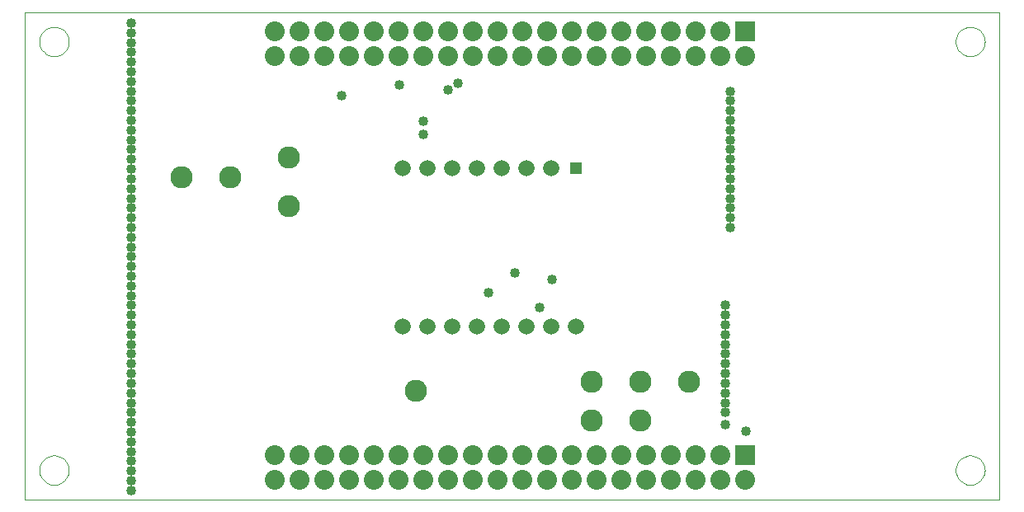
<source format=gbr>
G04 PROTEUS GERBER X2 FILE*
%TF.GenerationSoftware,Labcenter,Proteus,8.16-SP3-Build36097*%
%TF.CreationDate,2025-11-07T09:33:48+00:00*%
%TF.FileFunction,Soldermask,Bot*%
%TF.FilePolarity,Negative*%
%TF.Part,Single*%
%TF.SameCoordinates,{ab98911b-3f69-4870-a6fc-6ca9eaabf26d}*%
%FSLAX45Y45*%
%MOMM*%
G01*
%TA.AperFunction,Material*%
%ADD28C,1.016000*%
%AMPPAD021*
4,1,4,
0.586890,0.586890,
0.586890,-0.586890,
-0.586890,-0.586890,
-0.586890,0.586890,
0.586890,0.586890,
0*%
%TA.AperFunction,Material*%
%ADD29PPAD021*%
%ADD72C,1.660000*%
%TA.AperFunction,Material*%
%ADD30C,2.286000*%
%AMPPAD028*
4,1,36,
0.889000,-1.016000,
-0.889000,-1.016000,
-0.914590,-1.013420,
-0.938430,-1.006020,
-0.960000,-0.994310,
-0.978800,-0.978800,
-0.994310,-0.960000,
-1.006020,-0.938430,
-1.013420,-0.914590,
-1.016000,-0.889000,
-1.016000,0.889000,
-1.013420,0.914590,
-1.006020,0.938430,
-0.994310,0.960000,
-0.978800,0.978800,
-0.960000,0.994310,
-0.938430,1.006020,
-0.914590,1.013420,
-0.889000,1.016000,
0.889000,1.016000,
0.914590,1.013420,
0.938430,1.006020,
0.960000,0.994310,
0.978800,0.978800,
0.994310,0.960000,
1.006020,0.938430,
1.013420,0.914590,
1.016000,0.889000,
1.016000,-0.889000,
1.013420,-0.914590,
1.006020,-0.938430,
0.994310,-0.960000,
0.978800,-0.978800,
0.960000,-0.994310,
0.938430,-1.006020,
0.914590,-1.013420,
0.889000,-1.016000,
0*%
%TA.AperFunction,Material*%
%ADD34PPAD028*%
%ADD35C,2.032000*%
%TA.AperFunction,Profile*%
%ADD22C,0.101600*%
%TD.AperFunction*%
D28*
X+4100000Y+3894726D03*
X+4100000Y+3759398D03*
X+7410000Y+710000D03*
X+4351823Y+4211740D03*
X+4770000Y+2130000D03*
X+3853180Y+4264111D03*
X+5040000Y+2334894D03*
X+5420000Y+2270000D03*
X+5286809Y+1980949D03*
X+4450555Y+4285447D03*
X+3259081Y+4157520D03*
X+1100000Y+4900000D03*
X+1100000Y+4800000D03*
X+1100000Y+4700000D03*
X+1100000Y+4600000D03*
X+1100000Y+4500000D03*
X+1100000Y+4400000D03*
X+1100000Y+4300000D03*
X+1100000Y+4200000D03*
X+1100000Y+4100000D03*
X+1100000Y+4000000D03*
X+1100000Y+3900000D03*
X+1100000Y+3800000D03*
X+1100000Y+3700000D03*
X+1100000Y+3600000D03*
X+1100000Y+3500000D03*
X+1100000Y+3400000D03*
X+1100000Y+3300000D03*
X+1100000Y+3200000D03*
X+1100000Y+3100000D03*
X+1100000Y+3000000D03*
X+1100000Y+2900000D03*
X+1100000Y+2800000D03*
X+1100000Y+2700000D03*
X+1100000Y+2600000D03*
X+1100000Y+2500000D03*
X+1100000Y+2400000D03*
X+1100000Y+2300000D03*
X+1100000Y+2200000D03*
X+1100000Y+2100000D03*
X+1100000Y+2000000D03*
X+1100000Y+1900000D03*
X+1100000Y+1800000D03*
X+1100000Y+1700000D03*
X+1100000Y+1600000D03*
X+1100000Y+1500000D03*
X+1100000Y+1400000D03*
X+1100000Y+1300000D03*
X+1100000Y+1200000D03*
X+1100000Y+1100000D03*
X+1100000Y+1000000D03*
X+1100000Y+900000D03*
X+1100000Y+800000D03*
X+1100000Y+700000D03*
X+1100000Y+600000D03*
X+1100000Y+500000D03*
X+1100000Y+400000D03*
X+1100000Y+300000D03*
X+1100000Y+200000D03*
X+1100000Y+100000D03*
X+7250000Y+3900000D03*
X+7250000Y+4000000D03*
X+7250000Y+4100000D03*
X+7250000Y+4200000D03*
X+7250000Y+3800000D03*
X+7250000Y+3700000D03*
X+7250000Y+3600000D03*
X+7250000Y+3500000D03*
X+7250000Y+3400000D03*
X+7250000Y+3300000D03*
X+7250000Y+3200000D03*
X+7250000Y+3100000D03*
X+7250000Y+3000000D03*
X+7250000Y+2900000D03*
X+7250000Y+2800000D03*
X+7200000Y+780000D03*
X+7200000Y+900000D03*
X+7200000Y+1000000D03*
X+7200000Y+1100000D03*
X+7200000Y+1200000D03*
X+7200000Y+1300000D03*
X+7200000Y+1400000D03*
X+7200000Y+1500000D03*
X+7200000Y+1600000D03*
X+7200000Y+1700000D03*
X+7200000Y+1800000D03*
X+7200000Y+1900000D03*
X+7200000Y+2000000D03*
D29*
X+5660000Y+3410000D03*
D72*
X+5406000Y+3410000D03*
X+5152000Y+3410000D03*
X+4898000Y+3410000D03*
X+4644000Y+3410000D03*
X+4390000Y+3410000D03*
X+4136000Y+3410000D03*
X+3882000Y+3410000D03*
X+3882000Y+1781000D03*
X+4136000Y+1781000D03*
X+4390000Y+1781000D03*
X+4644000Y+1781000D03*
X+4898000Y+1781000D03*
X+5152000Y+1781000D03*
X+5406000Y+1781000D03*
X+5660000Y+1781000D03*
D30*
X+2720000Y+3520000D03*
X+2720000Y+3020000D03*
X+2120000Y+3320000D03*
X+1620000Y+3320000D03*
X+4020000Y+1120000D03*
X+5820000Y+1220000D03*
X+5820000Y+820000D03*
X+6320000Y+1220000D03*
X+6320000Y+820000D03*
X+6820000Y+1220000D03*
D34*
X+7400000Y+4813120D03*
D35*
X+7146000Y+4813120D03*
X+6892000Y+4813120D03*
X+6638000Y+4813120D03*
X+6384000Y+4813120D03*
X+6130000Y+4813120D03*
X+5876000Y+4813120D03*
X+5622000Y+4813120D03*
X+5368000Y+4813120D03*
X+5114000Y+4813120D03*
X+4860000Y+4813120D03*
X+4606000Y+4813120D03*
X+4352000Y+4813120D03*
X+4098000Y+4813120D03*
X+3844000Y+4813120D03*
X+3590000Y+4813120D03*
X+3336000Y+4813120D03*
X+3082000Y+4813120D03*
X+2828000Y+4813120D03*
X+2574000Y+4813120D03*
X+2574000Y+4559120D03*
X+2828000Y+4559120D03*
X+3082000Y+4559120D03*
X+3336000Y+4559120D03*
X+3590000Y+4559120D03*
X+3844000Y+4559120D03*
X+4098000Y+4559120D03*
X+4352000Y+4559120D03*
X+4606000Y+4559120D03*
X+4860000Y+4559120D03*
X+5114000Y+4559120D03*
X+5368000Y+4559120D03*
X+5622000Y+4559120D03*
X+5876000Y+4559120D03*
X+6130000Y+4559120D03*
X+6384000Y+4559120D03*
X+6638000Y+4559120D03*
X+6892000Y+4559120D03*
X+7146000Y+4559120D03*
X+7400000Y+4559120D03*
D34*
X+7400000Y+460000D03*
D35*
X+7146000Y+460000D03*
X+6892000Y+460000D03*
X+6638000Y+460000D03*
X+6384000Y+460000D03*
X+6130000Y+460000D03*
X+5876000Y+460000D03*
X+5622000Y+460000D03*
X+5368000Y+460000D03*
X+5114000Y+460000D03*
X+4860000Y+460000D03*
X+4606000Y+460000D03*
X+4352000Y+460000D03*
X+4098000Y+460000D03*
X+3844000Y+460000D03*
X+3590000Y+460000D03*
X+3336000Y+460000D03*
X+3082000Y+460000D03*
X+2828000Y+460000D03*
X+2574000Y+460000D03*
X+2574000Y+206000D03*
X+2828000Y+206000D03*
X+3082000Y+206000D03*
X+3336000Y+206000D03*
X+3590000Y+206000D03*
X+3844000Y+206000D03*
X+4098000Y+206000D03*
X+4352000Y+206000D03*
X+4606000Y+206000D03*
X+4860000Y+206000D03*
X+5114000Y+206000D03*
X+5368000Y+206000D03*
X+5622000Y+206000D03*
X+5876000Y+206000D03*
X+6130000Y+206000D03*
X+6384000Y+206000D03*
X+6638000Y+206000D03*
X+6892000Y+206000D03*
X+7146000Y+206000D03*
X+7400000Y+206000D03*
D22*
X+9000Y+9000D02*
X+10009000Y+9000D01*
X+10009000Y+5009000D01*
X+9000Y+5009000D01*
X+9000Y+9000D01*
X+9859000Y+4709000D02*
X+9858498Y+4721258D01*
X+9854422Y+4745775D01*
X+9845906Y+4770292D01*
X+9832032Y+4794809D01*
X+9810806Y+4819161D01*
X+9786289Y+4837555D01*
X+9761772Y+4849411D01*
X+9737255Y+4856315D01*
X+9712738Y+4858953D01*
X+9709000Y+4859000D01*
X+9559000Y+4709000D02*
X+9559502Y+4721258D01*
X+9563578Y+4745775D01*
X+9572094Y+4770292D01*
X+9585968Y+4794809D01*
X+9607194Y+4819161D01*
X+9631711Y+4837555D01*
X+9656228Y+4849411D01*
X+9680745Y+4856315D01*
X+9705262Y+4858953D01*
X+9709000Y+4859000D01*
X+9559000Y+4709000D02*
X+9559502Y+4696742D01*
X+9563578Y+4672225D01*
X+9572094Y+4647708D01*
X+9585968Y+4623191D01*
X+9607194Y+4598839D01*
X+9631711Y+4580445D01*
X+9656228Y+4568589D01*
X+9680745Y+4561685D01*
X+9705262Y+4559047D01*
X+9709000Y+4559000D01*
X+9859000Y+4709000D02*
X+9858498Y+4696742D01*
X+9854422Y+4672225D01*
X+9845906Y+4647708D01*
X+9832032Y+4623191D01*
X+9810806Y+4598839D01*
X+9786289Y+4580445D01*
X+9761772Y+4568589D01*
X+9737255Y+4561685D01*
X+9712738Y+4559047D01*
X+9709000Y+4559000D01*
X+9859000Y+309000D02*
X+9858498Y+321258D01*
X+9854422Y+345775D01*
X+9845906Y+370292D01*
X+9832032Y+394809D01*
X+9810806Y+419161D01*
X+9786289Y+437555D01*
X+9761772Y+449411D01*
X+9737255Y+456315D01*
X+9712738Y+458953D01*
X+9709000Y+459000D01*
X+9559000Y+309000D02*
X+9559502Y+321258D01*
X+9563578Y+345775D01*
X+9572094Y+370292D01*
X+9585968Y+394809D01*
X+9607194Y+419161D01*
X+9631711Y+437555D01*
X+9656228Y+449411D01*
X+9680745Y+456315D01*
X+9705262Y+458953D01*
X+9709000Y+459000D01*
X+9559000Y+309000D02*
X+9559502Y+296742D01*
X+9563578Y+272225D01*
X+9572094Y+247708D01*
X+9585968Y+223191D01*
X+9607194Y+198839D01*
X+9631711Y+180445D01*
X+9656228Y+168589D01*
X+9680745Y+161685D01*
X+9705262Y+159047D01*
X+9709000Y+159000D01*
X+9859000Y+309000D02*
X+9858498Y+296742D01*
X+9854422Y+272225D01*
X+9845906Y+247708D01*
X+9832032Y+223191D01*
X+9810806Y+198839D01*
X+9786289Y+180445D01*
X+9761772Y+168589D01*
X+9737255Y+161685D01*
X+9712738Y+159047D01*
X+9709000Y+159000D01*
X+459000Y+309000D02*
X+458498Y+321258D01*
X+454422Y+345775D01*
X+445906Y+370292D01*
X+432032Y+394809D01*
X+410806Y+419161D01*
X+386289Y+437555D01*
X+361772Y+449411D01*
X+337255Y+456315D01*
X+312738Y+458953D01*
X+309000Y+459000D01*
X+159000Y+309000D02*
X+159502Y+321258D01*
X+163578Y+345775D01*
X+172094Y+370292D01*
X+185968Y+394809D01*
X+207194Y+419161D01*
X+231711Y+437555D01*
X+256228Y+449411D01*
X+280745Y+456315D01*
X+305262Y+458953D01*
X+309000Y+459000D01*
X+159000Y+309000D02*
X+159502Y+296742D01*
X+163578Y+272225D01*
X+172094Y+247708D01*
X+185968Y+223191D01*
X+207194Y+198839D01*
X+231711Y+180445D01*
X+256228Y+168589D01*
X+280745Y+161685D01*
X+305262Y+159047D01*
X+309000Y+159000D01*
X+459000Y+309000D02*
X+458498Y+296742D01*
X+454422Y+272225D01*
X+445906Y+247708D01*
X+432032Y+223191D01*
X+410806Y+198839D01*
X+386289Y+180445D01*
X+361772Y+168589D01*
X+337255Y+161685D01*
X+312738Y+159047D01*
X+309000Y+159000D01*
X+459000Y+4709000D02*
X+458498Y+4721258D01*
X+454422Y+4745775D01*
X+445906Y+4770292D01*
X+432032Y+4794809D01*
X+410806Y+4819161D01*
X+386289Y+4837555D01*
X+361772Y+4849411D01*
X+337255Y+4856315D01*
X+312738Y+4858953D01*
X+309000Y+4859000D01*
X+159000Y+4709000D02*
X+159502Y+4721258D01*
X+163578Y+4745775D01*
X+172094Y+4770292D01*
X+185968Y+4794809D01*
X+207194Y+4819161D01*
X+231711Y+4837555D01*
X+256228Y+4849411D01*
X+280745Y+4856315D01*
X+305262Y+4858953D01*
X+309000Y+4859000D01*
X+159000Y+4709000D02*
X+159502Y+4696742D01*
X+163578Y+4672225D01*
X+172094Y+4647708D01*
X+185968Y+4623191D01*
X+207194Y+4598839D01*
X+231711Y+4580445D01*
X+256228Y+4568589D01*
X+280745Y+4561685D01*
X+305262Y+4559047D01*
X+309000Y+4559000D01*
X+459000Y+4709000D02*
X+458498Y+4696742D01*
X+454422Y+4672225D01*
X+445906Y+4647708D01*
X+432032Y+4623191D01*
X+410806Y+4598839D01*
X+386289Y+4580445D01*
X+361772Y+4568589D01*
X+337255Y+4561685D01*
X+312738Y+4559047D01*
X+309000Y+4559000D01*
M02*

</source>
